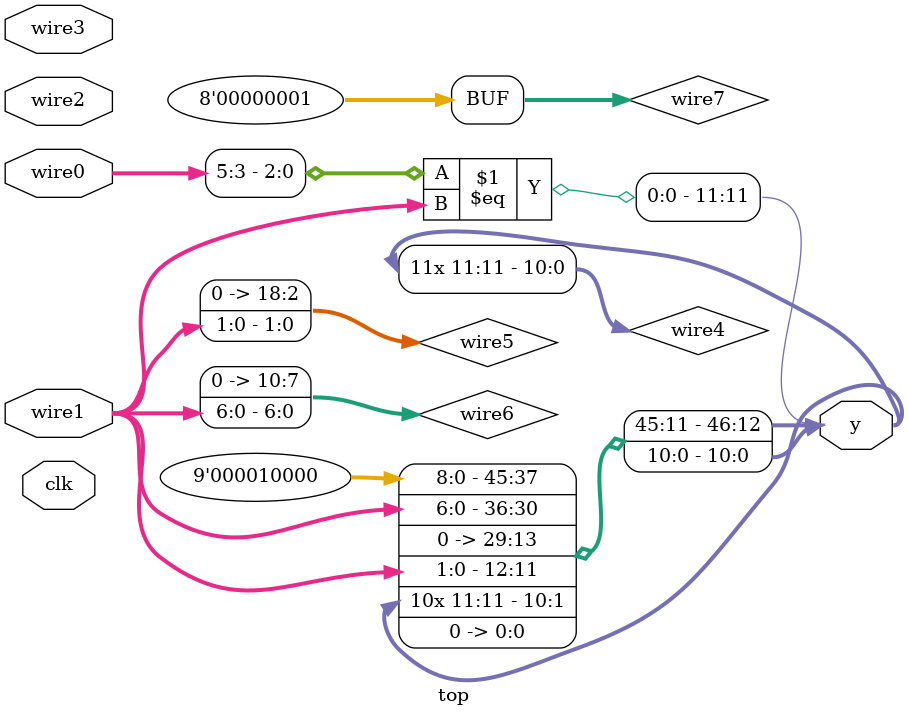
<source format=v>
module top
#(parameter param8 = (({{((8'ha6) ^~ (8'ha1)), (&(8'hb6))}} > ((~((8'hb1) ? (8'had) : (8'h9c))) == ((~(8'ha4)) >= ((8'ha0) ? (8'h9e) : (8'h9d))))) ? ((8'h9f) ? (~(^(~|(8'ha5)))) : ((((8'had) <= (8'h9f)) ^ {(8'ha2)}) ? {((8'hb5) ^~ (8'hbf))} : ((~|(8'ha1)) ? ((8'hb7) <<< (8'ha1)) : (^(8'hac))))) : (^~((^((7'h40) ^~ (8'hb8))) < (|((8'ha4) <<< (8'h9d)))))))
(y, clk, wire3, wire2, wire1, wire0);
  output wire [(32'h2e):(32'h0)] y;
  input wire [(1'h0):(1'h0)] clk;
  input wire signed [(5'h11):(1'h0)] wire3;
  input wire [(5'h13):(1'h0)] wire2;
  input wire [(4'ha):(1'h0)] wire1;
  input wire [(5'h11):(1'h0)] wire0;
  wire signed [(3'h7):(1'h0)] wire7;
  wire [(4'ha):(1'h0)] wire6;
  wire signed [(5'h12):(1'h0)] wire5;
  wire [(4'ha):(1'h0)] wire4;
  assign y = {wire7, wire6, wire5, wire4, (1'h0)};
  assign wire4 = $signed((wire0[(3'h5):(2'h3)] == $signed($signed({wire1}))));
  assign wire5 = wire1[(1'h1):(1'h0)];
  assign wire6 = wire1[(3'h6):(1'h0)];
  assign wire7 = $unsigned($signed((~&$signed($unsigned(wire5)))));
endmodule

</source>
